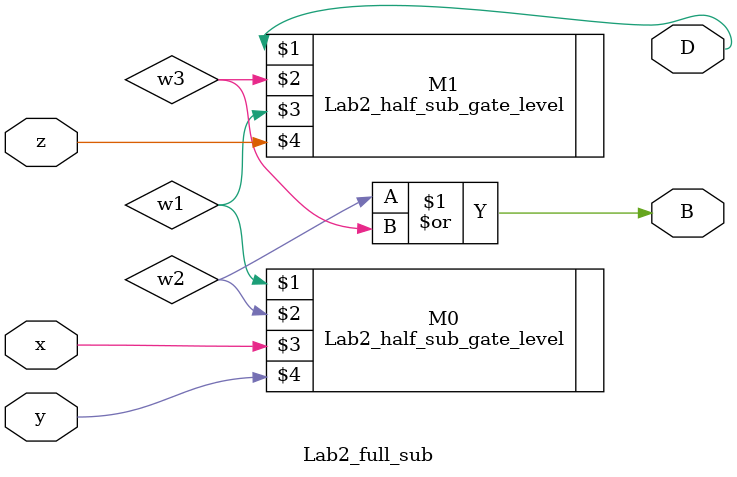
<source format=v>
module Lab2_full_sub(output D,B, input x,y,z);
wire w1,w2,w3;

Lab2_half_sub_gate_level M0 (w1,w2,x,y);
Lab2_half_sub_gate_level M1 (D,w3,w1,z);
or G1(B,w2,w3);
endmodule
</source>
